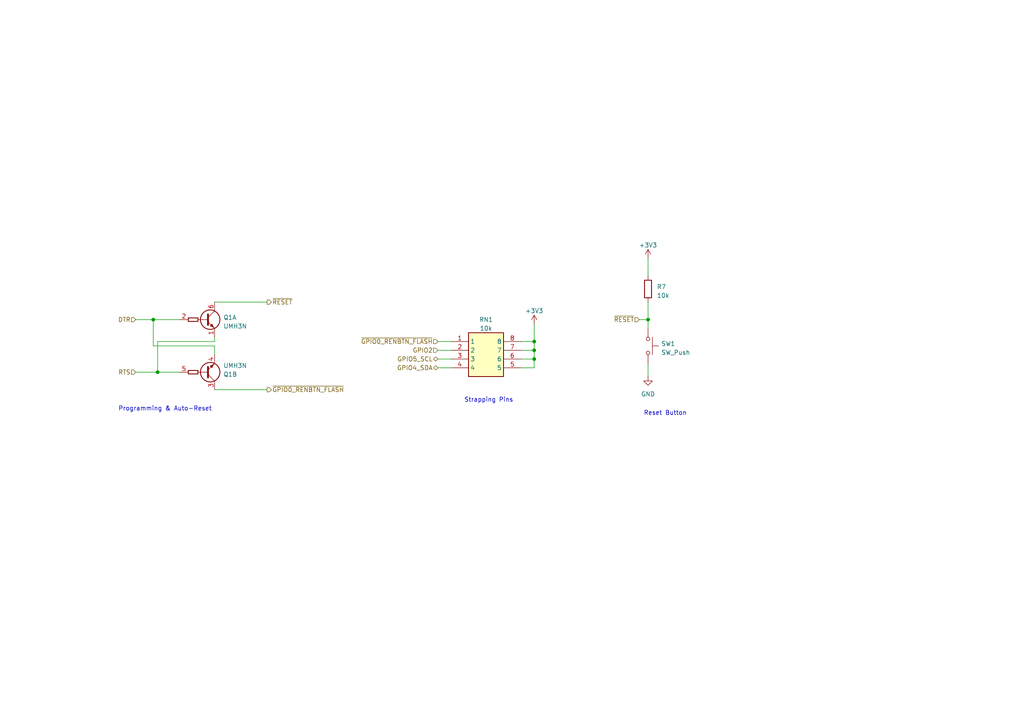
<source format=kicad_sch>
(kicad_sch (version 20230121) (generator eeschema)
  (paper "A4")
  (title_block (title "ESP12-F Strapping and Reset Circuit"))
  (lib_symbols
    (symbol "Chof747 passive:YC164-FR-0710KL"
      (property "Reference" "RN" (at 16.51 7.62 0))
      (property "Value" "YC164-FR-0710KL" (at 16.51 5.08 0))
      (symbol "YC164-FR-0710KL_1_1"
        (rectangle (start 5.08 2.54) (end 15.24 -10.16) (stroke (width 0.254)) (fill (type background)))
        (pin passive line (at 0 0 0) (length 5.08) (name "1") (number "1"))
        (pin passive line (at 0 -2.54 0) (length 5.08) (name "2") (number "2"))
        (pin passive line (at 0 -5.08 0) (length 5.08) (name "3") (number "3"))
        (pin passive line (at 0 -7.62 0) (length 5.08) (name "4") (number "4"))
        (pin passive line (at 20.32 -7.62 180) (length 5.08) (name "5") (number "5"))
        (pin passive line (at 20.32 -5.08 180) (length 5.08) (name "6") (number "6"))
        (pin passive line (at 20.32 -2.54 180) (length 5.08) (name "7") (number "7"))
        (pin passive line (at 20.32 0 180) (length 5.08) (name "8") (number "8"))
      )
    )
    (symbol "Device:R" (pin_numbers hide) (pin_names (offset 0))
      (property "Reference" "R" (at 2.032 0 90))
      (property "Value" "R" (at 0 0 90))
      (symbol "R_0_1"
        (rectangle (start -1.016 -2.54) (end 1.016 2.54) (stroke (width 0.254)))
      )
      (symbol "R_1_1"
        (pin passive line (at 0 3.81 270) (length 1.27) (name "~") (number "1"))
        (pin passive line (at 0 -3.81 90) (length 1.27) (name "~") (number "2"))
      )
    )
    (symbol "Switch:SW_Push" (pin_numbers hide) (pin_names (offset 1.016) hide)
      (property "Reference" "SW" (at 1.27 2.54 0))
      (property "Value" "SW_Push" (at 0 -1.524 0))
      (symbol "SW_Push_0_1"
        (circle (center -2.032 0) (radius 0.508))
        (polyline (pts (xy 0 1.27) (xy 0 3.048)))
        (polyline (pts (xy 2.54 1.27) (xy -2.54 1.27)))
        (circle (center 2.032 0) (radius 0.508))
        (pin passive line (at -5.08 0 0) (length 2.54) (name "1") (number "1"))
        (pin passive line (at 5.08 0 180) (length 2.54) (name "2") (number "2"))
      )
    )
    (symbol "Transistor_BJT:UMH3N" (pin_names hide)
      (property "Reference" "Q" (at 7.62 1.27 0))
      (property "Value" "UMH3N" (at 7.62 -1.27 0))
      (symbol "UMH3N_0_1"
        (polyline (pts (xy 3.175 0) (xy 0.254 0)))
        (polyline (pts (xy 3.175 0.635) (xy 5.08 2.54)))
        (polyline (pts (xy 3.175 1.524) (xy 3.175 -1.524)) (stroke (width 0.508)))
        (polyline (pts (xy 3.175 -0.635) (xy 5.08 -2.54) (xy 5.08 -2.54)))
        (polyline (pts (xy 3.81 -1.778) (xy 4.318 -1.27) (xy 4.826 -2.286) (xy 3.81 -1.778) (xy 3.81 -1.778)) (fill (type outline)))
        (rectangle (start 0.254 0.508) (end -2.54 -0.508) (stroke (width 0.254)))
        (circle (center 3.81 0) (radius 2.8194) (stroke (width 0.254)))
      )
      (symbol "UMH3N_1_1"
        (pin passive line (at 5.08 -5.08 90) (length 2.54) (name "E1") (number "1"))
        (pin input line (at -5.08 0 0) (length 2.54) (name "B1") (number "2"))
        (pin passive line (at 5.08 5.08 270) (length 2.54) (name "C1") (number "6"))
      )
      (symbol "UMH3N_2_1"
        (pin passive line (at 5.08 5.08 270) (length 2.54) (name "C2") (number "3"))
        (pin passive line (at 5.08 -5.08 90) (length 2.54) (name "E2") (number "4"))
        (pin input line (at -5.08 0 0) (length 2.54) (name "B2") (number "5"))
      )
    )
    (symbol "power:+3V3" (power) (pin_names (offset 0))
      (property "Value" "+3V3" (at 0 3.556 0))
      (symbol "+3V3_0_1"
        (polyline (pts (xy -0.762 1.27) (xy 0 2.54)))
        (polyline (pts (xy 0 0) (xy 0 2.54)))
        (polyline (pts (xy 0 2.54) (xy 0.762 1.27)))
      )
      (symbol "+3V3_1_1"
        (pin power_in line (at 0 0 90) (length 0) hide (name "+3V3") (number "1"))
      )
    )
    (symbol "power:GND" (power) (pin_names (offset 0))
      (property "Value" "GND" (at 0 -3.81 0))
      (symbol "GND_0_1"
        (polyline (pts (xy 0 0) (xy 0 -1.27) (xy 1.27 -1.27) (xy 0 -2.54) (xy -1.27 -1.27) (xy 0 -1.27)))
      )
      (symbol "GND_1_1"
        (pin power_in line (at 0 0 270) (length 0) hide (name "GND") (number "1"))
      )
    )
  )
  (junction (at 44.45 92.71))
  (junction (at 154.94 99.06))
  (junction (at 154.94 104.14))
  (junction (at 45.72 107.95))
  (junction (at 187.96 92.71))
  (junction (at 154.94 101.6))
  (wire (pts (xy 154.94 99.06) (xy 154.94 93.98)))
  (wire (pts (xy 44.45 92.71) (xy 44.45 100.33)))
  (wire (pts (xy 62.23 97.79) (xy 62.23 99.06)))
  (wire (pts (xy 44.45 92.71) (xy 52.07 92.71)))
  (wire (pts (xy 45.72 107.95) (xy 52.07 107.95)))
  (wire (pts (xy 44.45 100.33) (xy 62.23 100.33)))
  (wire (pts (xy 154.94 101.6) (xy 154.94 99.06)))
  (wire (pts (xy 187.96 87.63) (xy 187.96 92.71)))
  (wire (pts (xy 127 104.14) (xy 130.81 104.14)))
  (wire (pts (xy 187.96 74.93) (xy 187.96 80.01)))
  (wire (pts (xy 127 106.68) (xy 130.81 106.68)))
  (wire (pts (xy 39.37 107.95) (xy 45.72 107.95)))
  (wire (pts (xy 154.94 104.14) (xy 154.94 101.6)))
  (wire (pts (xy 185.42 92.71) (xy 187.96 92.71)))
  (wire (pts (xy 62.23 100.33) (xy 62.23 102.87)))
  (wire (pts (xy 45.72 99.06) (xy 45.72 107.95)))
  (wire (pts (xy 187.96 92.71) (xy 187.96 95.25)))
  (wire (pts (xy 62.23 113.03) (xy 77.47 113.03)))
  (wire (pts (xy 151.13 104.14) (xy 154.94 104.14)))
  (wire (pts (xy 154.94 106.68) (xy 154.94 104.14)))
  (wire (pts (xy 62.23 87.63) (xy 77.47 87.63)))
  (wire (pts (xy 151.13 101.6) (xy 154.94 101.6)))
  (wire (pts (xy 151.13 106.68) (xy 154.94 106.68)))
  (wire (pts (xy 151.13 99.06) (xy 154.94 99.06)))
  (wire (pts (xy 45.72 99.06) (xy 62.23 99.06)))
  (wire (pts (xy 127 99.06) (xy 130.81 99.06)))
  (wire (pts (xy 39.37 92.71) (xy 44.45 92.71)))
  (wire (pts (xy 127 101.6) (xy 130.81 101.6)))
  (wire (pts (xy 187.96 105.41) (xy 187.96 109.22)))
  (text "Reset Button" (at 186.69 120.65 0) (effects (font (size 1.27 1.27)) (justify left bottom)))
  (text "Programming & Auto-Reset" (at 34.29 119.38 0) (effects (font (size 1.27 1.27)) (justify left bottom)))
  (text "Strapping Pins" (at 134.62 116.84 0) (effects (font (size 1.27 1.27)) (justify left bottom)))
  (hierarchical_label "RTS" (shape input) (at 39.37 107.95 180))
  (hierarchical_label "GPIO5_SCL" (shape bidirectional) (at 127 104.14 180))
  (hierarchical_label "~{GPIO0_RENBTN_FLASH}" (shape input) (at 127 99.06 180))
  (hierarchical_label "DTR" (shape input) (at 39.37 92.71 180))
  (hierarchical_label "~{RESET}" (shape input) (at 185.42 92.71 180))
  (hierarchical_label "~{GPIO0_RENBTN_FLASH}" (shape output) (at 77.47 113.03 0))
  (hierarchical_label "GPIO4_SDA" (shape bidirectional) (at 127 106.68 180))
  (hierarchical_label "~{RESET}" (shape output) (at 77.47 87.63 0))
  (hierarchical_label "GPIO2" (shape input) (at 127 101.6 180))
  (symbol (lib_id "Chof747 passive:YC164-FR-0710KL") (at 130.81 99.06 0) (unit 1)
    (property "Reference" "RN1" (at 140.97 92.71 0))
    (property "Value" "10k" (at 140.97 95.25 0))
    (property "Footprint" "YC164JR07220RL" (effects hide))
    (property "Datasheet" "https://www.mouser.com/datasheet/2/447/PYu-YC_TC_group_51_RoHS_L_7-1313905.pdf" (effects hide))
    (property "Height" "0" (effects hide))
    (property "Manufacturer_Name" "KEMET" (effects hide))
    (property "Manufacturer_Part_Number" "YC164-FR-0710KL" (effects hide))
    (property "Mouser Part Number" "603-YC164-FR-0710KL" (effects hide))
    (property "Mouser Price/Stock" "https://www.mouser.co.uk/ProductDetail/Yageo/YC164-FR-0710KL/?qs=8cPjvKtxWv4rLfyjGsoQQw%3D%3D" (effects hide))
    (property "Arrow Part Number" "YC164-FR-0710KL" (effects hide))
    (property "Arrow Price/Stock" "https://www.arrow.com/en/products/yc164-fr-0710kl/yageo?region=nac" (effects hide))
  )
  (symbol (lib_id "Transistor_BJT:UMH3N") (at 57.15 107.95 0) (mirror x) (unit 2)
    (property "Reference" "Q1" (at 64.77 108.585 0) (effects (justify left)))
    (property "Value" "UMH3N" (at 64.77 106.045 0) (effects (justify left)))
    (property "Footprint" "Package_TO_SOT_SMD:SOT-363_SC-70-6" (effects hide))
    (property "Datasheet" "http://rohmfs.rohm.com/en/products/databook/datasheet/discrete/transistor/digital/emh3t2r-e.pdf" (effects hide))
  )
  (symbol (lib_id "power:+3V3") (at 154.94 93.98 0) (unit 1)
    (property "Reference" "#PWR021" (effects hide))
    (property "Value" "+3V3" (at 154.94 90.17 0))
    (instances (project "kicad-building-blocks" (path "" (reference "#PWR021") (unit 1)) (path "" (reference "#PWR04") (unit 1))))
  )
  (symbol (lib_id "Transistor_BJT:UMH3N") (at 57.15 92.71 0) (unit 1)
    (property "Reference" "Q1" (at 64.77 92.075 0) (effects (justify left)))
    (property "Value" "UMH3N" (at 64.77 94.615 0) (effects (justify left)))
    (property "Footprint" "Package_TO_SOT_SMD:SOT-363_SC-70-6" (effects hide))
    (property "Datasheet" "http://rohmfs.rohm.com/en/products/databook/datasheet/discrete/transistor/digital/emh3t2r-e.pdf" (effects hide))
  )
  (symbol (lib_id "Switch:SW_Push") (at 187.96 100.33 270) (unit 1)
    (property "Reference" "SW1" (at 191.77 99.695 90) (effects (justify left)))
    (property "Value" "SW_Push" (at 191.77 102.235 90) (effects (justify left)))
    (property "Footprint" "Button_Switch_THT:SW_PUSH_6mm" (effects hide))
  )
  (symbol (lib_id "Device:R") (at 187.96 83.82 0) (unit 1)
    (property "Reference" "R7" (at 190.5 83.185 0) (effects (justify left)))
    (property "Value" "10k" (at 190.5 85.725 0) (effects (justify left)))
    (property "Footprint" "Resistor_SMD:R_0603_1608Metric_Pad0.98x0.95mm_HandSolder" (effects hide))
    (instances (project "kicad-building-blocks" (path "" (reference "R7") (unit 1)) (path "" (reference "R1") (unit 1))))
  )
  (symbol (lib_id "power:+3V3") (at 187.96 74.93 0) (unit 1)
    (property "Reference" "#PWR012" (effects hide))
    (property "Value" "+3V3" (at 187.96 71.12 0))
    (instances (project "kicad-building-blocks" (path "" (reference "#PWR012") (unit 1)) (path "" (reference "#PWR05") (unit 1))))
  )
  (symbol (lib_id "power:GND") (at 187.96 109.22 0) (unit 1)
    (property "Reference" "#PWR08" (effects hide))
    (property "Value" "GND" (at 187.96 114.3 0))
    (instances (project "esp32-s3-dev-board" (path "" (reference "#PWR08") (unit 1))) (project "kicad-building-blocks" (path "" (reference "#PWR011") (unit 1)) (path "" (reference "#PWR06") (unit 1))))
  )
)
</source>
